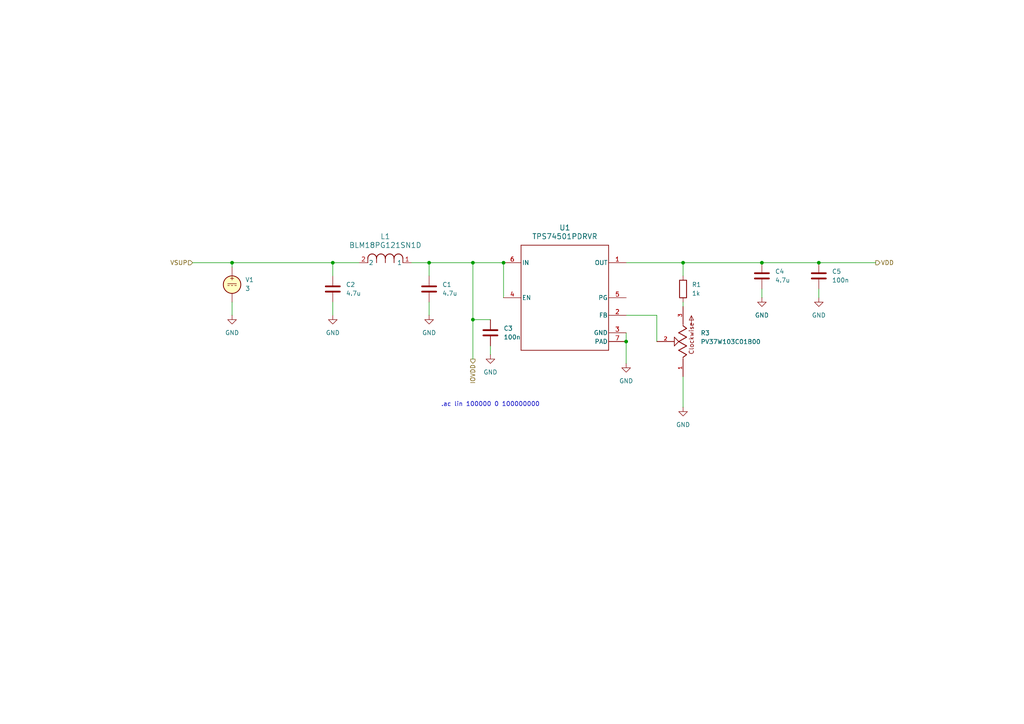
<source format=kicad_sch>
(kicad_sch (version 20231120) (generator "eeschema") (generator_version "8.0")
  (paper "A4")
  (lib_symbols
    (symbol "2024-09-16_06-39-17:BLM18PG121SN1D" (pin_names (offset 0.254))
      (property "Reference" "L" (at 6.985 5.08 0))
      (property "Value" "BLM18PG121SN1D" (at 6.985 -2.54 0))
      (symbol "BLM18PG121SN1D_1_1"
        (polyline (pts (xy 2.54 0) (xy 2.54 1.27)) (stroke (width 0.2032)))
        (polyline (pts (xy 5.08 0) (xy 5.08 1.27)) (stroke (width 0.2032)))
        (polyline (pts (xy 7.62 0) (xy 7.62 1.27)) (stroke (width 0.2032)))
        (polyline (pts (xy 10.16 0) (xy 10.16 1.27)) (stroke (width 0.2032)))
        (polyline (pts (xy 12.7 0) (xy 12.7 1.27)) (stroke (width 0.2032)))
        (arc (start 5.08 1.27) (mid 3.81 2.5344) (end 2.54 1.27) (stroke (width 0.254)))
        (arc (start 7.62 1.27) (mid 6.35 2.5344) (end 5.08 1.27) (stroke (width 0.254)))
        (arc (start 10.16 1.27) (mid 8.89 2.5344) (end 7.62 1.27) (stroke (width 0.254)))
        (arc (start 12.7 1.27) (mid 11.43 2.5344) (end 10.16 1.27) (stroke (width 0.254)))
        (pin unspecified line (at 15.24 0 180) (length 2.54) (name "1") (number "1"))
        (pin unspecified line (at 0 0 0) (length 2.54) (name "2") (number "2"))
      )
      (symbol "BLM18PG121SN1D_1_2"
        (arc (start -1.27 5.08) (mid -2.5344 3.81) (end -1.27 2.54) (stroke (width 0.254)))
        (arc (start -1.27 7.62) (mid -2.5344 6.35) (end -1.27 5.08) (stroke (width 0.254)))
        (arc (start -1.27 10.16) (mid -2.5344 8.89) (end -1.27 7.62) (stroke (width 0.254)))
        (arc (start -1.27 12.7) (mid -2.5344 11.43) (end -1.27 10.16) (stroke (width 0.254)))
        (polyline (pts (xy 0 2.54) (xy -1.27 2.54)) (stroke (width 0.2032)))
        (polyline (pts (xy 0 5.08) (xy -1.27 5.08)) (stroke (width 0.2032)))
        (polyline (pts (xy 0 7.62) (xy -1.27 7.62)) (stroke (width 0.2032)))
        (polyline (pts (xy 0 10.16) (xy -1.27 10.16)) (stroke (width 0.2032)))
        (polyline (pts (xy 0 12.7) (xy -1.27 12.7)) (stroke (width 0.2032)))
        (pin unspecified line (at 0 15.24 270) (length 2.54) (name "1") (number "1"))
        (pin unspecified line (at 0 0 90) (length 2.54) (name "2") (number "2"))
      )
    )
    (symbol "Device:C" (pin_numbers hide) (pin_names (offset 0.254))
      (property "Reference" "C" (at 0.635 2.54 0))
      (property "Value" "C" (at 0.635 -2.54 0))
      (symbol "C_0_1"
        (polyline (pts (xy -2.032 -0.762) (xy 2.032 -0.762)) (stroke (width 0.508)))
        (polyline (pts (xy -2.032 0.762) (xy 2.032 0.762)) (stroke (width 0.508)))
      )
      (symbol "C_1_1"
        (pin passive line (at 0 3.81 270) (length 2.794) (name "~") (number "1"))
        (pin passive line (at 0 -3.81 90) (length 2.794) (name "~") (number "2"))
      )
    )
    (symbol "Device:R" (pin_numbers hide) (pin_names (offset 0))
      (property "Reference" "R" (at 2.032 0 90))
      (property "Value" "R" (at 0 0 90))
      (symbol "R_0_1"
        (rectangle (start -1.016 -2.54) (end 1.016 2.54) (stroke (width 0.254)))
      )
      (symbol "R_1_1"
        (pin passive line (at 0 3.81 270) (length 1.27) (name "~") (number "1"))
        (pin passive line (at 0 -3.81 90) (length 1.27) (name "~") (number "2"))
      )
    )
    (symbol "Simulation_SPICE:VDC" (pin_numbers hide) (pin_names (offset 0.0254))
      (property "Reference" "V" (at 2.54 2.54 0))
      (property "Value" "1" (at 2.54 0 0))
      (symbol "VDC_0_0"
        (polyline (pts (xy -1.27 0.254) (xy 1.27 0.254)))
        (polyline (pts (xy -0.762 -0.254) (xy -1.27 -0.254)))
        (polyline (pts (xy 0.254 -0.254) (xy -0.254 -0.254)))
        (polyline (pts (xy 1.27 -0.254) (xy 0.762 -0.254)))
        (text "+" (at 0 1.905 0) (effects (font (size 1.27 1.27))))
      )
      (symbol "VDC_0_1"
        (circle (center 0 0) (radius 2.54) (stroke (width 0.254)) (fill (type background)))
      )
      (symbol "VDC_1_1"
        (pin passive line (at 0 5.08 270) (length 2.54) (name "~") (number "1"))
        (pin passive line (at 0 -5.08 90) (length 2.54) (name "~") (number "2"))
      )
    )
    (symbol "TPS745_LDO:TPS74501PDRVR" (pin_names (offset 0.254))
      (property "Reference" "U" (at 0 2.54 0))
      (property "Value" "TPS74501PDRVR" (at 0 0 0))
      (symbol "TPS74501PDRVR_0_1"
        (polyline (pts (xy -12.7 -15.24) (xy 12.7 -15.24)) (stroke (width 0.2032)))
        (polyline (pts (xy -12.7 15.24) (xy -12.7 -15.24)) (stroke (width 0.2032)))
        (polyline (pts (xy 12.7 -15.24) (xy 12.7 15.24)) (stroke (width 0.2032)))
        (polyline (pts (xy 12.7 15.24) (xy -12.7 15.24)) (stroke (width 0.2032)))
        (pin power_in line (at 17.78 10.16 180) (length 5.08) (name "OUT") (number "1"))
        (pin input line (at 17.78 -5.08 180) (length 5.08) (name "FB") (number "2"))
        (pin power_in line (at 17.78 -10.16 180) (length 5.08) (name "GND") (number "3"))
        (pin input line (at -17.78 0 0) (length 5.08) (name "EN") (number "4"))
        (pin open_collector line (at 17.78 0 180) (length 5.08) (name "PG") (number "5"))
        (pin power_in line (at -17.78 10.16 0) (length 5.08) (name "IN") (number "6"))
        (pin power_in line (at 17.78 -12.7 180) (length 5.08) (name "PAD") (number "7"))
      )
    )
    (symbol "pot_10turn:PV37W103C01B00" (pin_names (offset 1.016))
      (property "Reference" "R" (at -10.6887 7.6348 0))
      (property "Value" "PV37W103C01B00" (at -10.6887 -5.5953 0))
      (symbol "PV37W103C01B00_0_0"
        (polyline (pts (xy -4.572 0) (xy -5.08 0)) (stroke (width 0.1524)))
        (polyline (pts (xy -3.81 -1.016) (xy -4.572 0)) (stroke (width 0.254)))
        (polyline (pts (xy -2.54 1.27) (xy -3.81 -1.016)) (stroke (width 0.254)))
        (polyline (pts (xy -1.27 -1.016) (xy -2.54 1.27)) (stroke (width 0.254)))
        (polyline (pts (xy -1.27 2.54) (xy 1.27 2.54)) (stroke (width 0.2032)))
        (polyline (pts (xy 0 1.27) (xy -1.27 -1.016)) (stroke (width 0.254)))
        (polyline (pts (xy 0 1.27) (xy -1.27 2.54)) (stroke (width 0.2032)))
        (polyline (pts (xy 1.27 -1.016) (xy 0 1.27)) (stroke (width 0.254)))
        (polyline (pts (xy 1.27 2.54) (xy 0 1.27)) (stroke (width 0.2032)))
        (polyline (pts (xy 2.54 1.27) (xy 1.27 -1.016)) (stroke (width 0.254)))
        (polyline (pts (xy 3.81 -1.016) (xy 2.54 1.27)) (stroke (width 0.254)))
        (polyline (pts (xy 4.572 0) (xy 3.81 -1.016)) (stroke (width 0.254)))
        (polyline (pts (xy 4.953 -2.413) (xy 7.493 -2.413)) (stroke (width 0.1524)))
        (polyline (pts (xy 5.08 0) (xy 4.572 0)) (stroke (width 0.1524)))
        (polyline (pts (xy 6.223 -3.048) (xy 6.223 -1.778)) (stroke (width 0.1524)))
        (polyline (pts (xy 6.223 -1.778) (xy 7.493 -2.413)) (stroke (width 0.1524)))
        (polyline (pts (xy 7.493 -2.413) (xy 6.223 -3.048)) (stroke (width 0.1524)))
        (text "Clockwise" (at -3.81 -3.175 0) (effects (font (size 1.27 1.27)) (justify left bottom)))
        (pin passive line (at -10.16 0 0) (length 5.08) (name "~") (number "1"))
        (pin passive line (at 0 7.62 270) (length 5.08) (name "~") (number "2"))
        (pin passive line (at 10.16 0 180) (length 5.08) (name "~") (number "3"))
      )
    )
    (symbol "power:GND" (power) (pin_numbers hide) (pin_names (offset 0) hide)
      (property "Value" "GND" (at 0 -3.81 0))
      (symbol "GND_0_1"
        (polyline (pts (xy 0 0) (xy 0 -1.27) (xy 1.27 -1.27) (xy 0 -2.54) (xy -1.27 -1.27) (xy 0 -1.27)))
      )
      (symbol "GND_1_1"
        (pin power_in line (at 0 0 270) (length 0) (name "~") (number "1"))
      )
    )
  )
  (junction (at 181.61 99.06))
  (junction (at 124.46 76.2))
  (junction (at 220.98 76.2))
  (junction (at 237.49 76.2))
  (junction (at 146.05 76.2))
  (junction (at 137.16 92.71))
  (junction (at 198.12 76.2))
  (junction (at 96.52 76.2))
  (junction (at 137.16 76.2))
  (junction (at 67.31 76.2))
  (wire (pts (xy 137.16 92.71) (xy 142.24 92.71)))
  (wire (pts (xy 142.24 100.33) (xy 142.24 102.87)))
  (wire (pts (xy 67.31 76.2) (xy 96.52 76.2)))
  (wire (pts (xy 198.12 76.2) (xy 198.12 80.01)))
  (wire (pts (xy 67.31 87.63) (xy 67.31 91.44)))
  (wire (pts (xy 119.38 76.2) (xy 124.46 76.2)))
  (wire (pts (xy 67.31 77.47) (xy 67.31 76.2)))
  (wire (pts (xy 146.05 76.2) (xy 146.05 86.36)))
  (wire (pts (xy 198.12 76.2) (xy 220.98 76.2)))
  (wire (pts (xy 190.5 91.44) (xy 181.61 91.44)))
  (wire (pts (xy 137.16 76.2) (xy 146.05 76.2)))
  (wire (pts (xy 124.46 76.2) (xy 137.16 76.2)))
  (wire (pts (xy 96.52 76.2) (xy 104.14 76.2)))
  (wire (pts (xy 237.49 83.82) (xy 237.49 86.36)))
  (wire (pts (xy 124.46 76.2) (xy 124.46 80.01)))
  (wire (pts (xy 55.88 76.2) (xy 67.31 76.2)))
  (wire (pts (xy 190.5 99.06) (xy 190.5 91.44)))
  (wire (pts (xy 181.61 96.52) (xy 181.61 99.06)))
  (wire (pts (xy 220.98 83.82) (xy 220.98 86.36)))
  (wire (pts (xy 181.61 76.2) (xy 198.12 76.2)))
  (wire (pts (xy 124.46 87.63) (xy 124.46 91.44)))
  (wire (pts (xy 137.16 76.2) (xy 137.16 92.71)))
  (wire (pts (xy 198.12 109.22) (xy 198.12 118.11)))
  (wire (pts (xy 96.52 87.63) (xy 96.52 91.44)))
  (wire (pts (xy 237.49 76.2) (xy 254 76.2)))
  (wire (pts (xy 198.12 87.63) (xy 198.12 88.9)))
  (wire (pts (xy 96.52 76.2) (xy 96.52 80.01)))
  (wire (pts (xy 220.98 76.2) (xy 237.49 76.2)))
  (wire (pts (xy 137.16 92.71) (xy 137.16 104.14)))
  (wire (pts (xy 181.61 99.06) (xy 181.61 105.41)))
  (text ".ac lin 100000 0 100000000" (at 142.24 117.348 0) (effects (font (size 1.27 1.27))))
  (hierarchical_label "VSUP" (shape input) (at 55.88 76.2 180))
  (hierarchical_label "VDD" (shape output) (at 254 76.2 0))
  (hierarchical_label "IOVDD" (shape output) (at 137.16 104.14 270))
  (symbol (lib_id "pot_10turn:PV37W103C01B00") (at 198.12 99.06 90) (unit 1)
    (property "Reference" "R3" (at 203.2 96.5834 90) (effects (justify right)))
    (property "Value" "PV37W103C01B00" (at 203.2 99.1234 90) (effects (justify right)))
    (property "Footprint" "PV37W103C01B00:TRIM_PV37W103C01B00" (effects (hide yes)))
    (property "PARTREV" "08/19" (effects (hide yes)))
    (property "STANDARD" "Manufacturer recommendations" (effects (hide yes)))
    (property "MAXIMUM_PACKAGE_HEIGHT" "7.75 mm" (effects (hide yes)))
    (property "MANUFACTURER" "Bourns" (effects (hide yes)))
    (property "Sim.Device" "R" (effects (hide yes)))
    (property "Sim.Type" "POT" (effects (hide yes)))
    (property "Sim.Pins" "1=r0 2=wiper 3=r1" (effects (hide yes)))
    (property "Sim.Params" "r=10k pos=0.5" (effects (hide yes)))
  )
  (symbol (lib_id "Device:C") (at 124.46 83.82 0) (unit 1)
    (property "Reference" "C1" (at 128.27 82.5499 0) (effects (justify left)))
    (property "Value" "4.7u" (at 128.27 85.0899 0) (effects (justify left)))
    (property "Footprint" "Capacitor_SMD:C_0603_1608Metric" (effects (hide yes)))
    (property "Description" "Unpolarized capacitor" (effects (hide yes)))
  )
  (symbol (lib_id "Device:C") (at 96.52 83.82 0) (unit 1)
    (property "Reference" "C2" (at 100.33 82.5499 0) (effects (justify left)))
    (property "Value" "4.7u" (at 100.33 85.0899 0) (effects (justify left)))
    (property "Footprint" "Capacitor_SMD:C_0603_1608Metric" (effects (hide yes)))
    (property "Description" "Unpolarized capacitor" (effects (hide yes)))
  )
  (symbol (lib_id "Device:C") (at 142.24 96.52 0) (unit 1)
    (property "Reference" "C3" (at 146.05 95.2499 0) (effects (justify left)))
    (property "Value" "100n" (at 146.05 97.7899 0) (effects (justify left)))
    (property "Footprint" "Capacitor_SMD:C_0402_1005Metric" (effects (hide yes)))
    (property "Description" "Unpolarized capacitor" (effects (hide yes)))
  )
  (symbol (lib_id "power:GND") (at 124.46 91.44 0) (unit 1)
    (property "Reference" "#PWR03" (effects (hide yes)))
    (property "Value" "GND" (at 124.46 96.52 0))
    (property "Description" "Power symbol creates a global label with name \"GND\" , ground" (effects (hide yes)))
  )
  (symbol (lib_id "2024-09-16_06-39-17:BLM18PG121SN1D") (at 104.14 76.2 0) (unit 1)
    (property "Reference" "L1" (at 111.76 68.58 0) (effects (font (size 1.524 1.524))))
    (property "Value" "BLM18PG121SN1D" (at 111.76 71.12 0) (effects (font (size 1.524 1.524))))
    (property "Footprint" "IND_BLM18_0603_MUR" (effects (hide yes)))
    (property "Datasheet" "BLM18PG121SN1D" (effects (hide yes)))
    (property "Sim.Library" "/home/maxwell/github-repos/sp-24-EE628/6_Test/2_PCB/test_board_1/TestBoardEDA/models/BLM18PG121SN1.mod" (effects (hide yes)))
    (property "Sim.Name" "BLM18PG121SN1" (effects (hide yes)))
    (property "Sim.Device" "SUBCKT" (effects (hide yes)))
    (property "Sim.Pins" "1=port1 2=port2" (effects (hide yes)))
  )
  (symbol (lib_id "power:GND") (at 67.31 91.44 0) (unit 1)
    (property "Reference" "#PWR01" (effects (hide yes)))
    (property "Value" "GND" (at 67.31 96.52 0))
    (property "Description" "Power symbol creates a global label with name \"GND\" , ground" (effects (hide yes)))
  )
  (symbol (lib_id "Device:R") (at 198.12 83.82 0) (unit 1)
    (property "Reference" "R1" (at 200.66 82.5499 0) (effects (justify left)))
    (property "Value" "1k" (at 200.66 85.0899 0) (effects (justify left)))
    (property "Footprint" "Resistor_SMD:R_0402_1005Metric" (effects (hide yes)))
    (property "Description" "Resistor" (effects (hide yes)))
  )
  (symbol (lib_id "power:GND") (at 142.24 102.87 0) (unit 1)
    (property "Reference" "#PWR04" (effects (hide yes)))
    (property "Value" "GND" (at 142.24 107.95 0))
    (property "Description" "Power symbol creates a global label with name \"GND\" , ground" (effects (hide yes)))
  )
  (symbol (lib_id "Device:C") (at 237.49 80.01 0) (unit 1)
    (property "Reference" "C5" (at 241.3 78.7399 0) (effects (justify left)))
    (property "Value" "100n" (at 241.3 81.2799 0) (effects (justify left)))
    (property "Footprint" "Capacitor_SMD:C_0402_1005Metric" (effects (hide yes)))
    (property "Description" "Unpolarized capacitor" (effects (hide yes)))
  )
  (symbol (lib_id "power:GND") (at 96.52 91.44 0) (unit 1)
    (property "Reference" "#PWR02" (effects (hide yes)))
    (property "Value" "GND" (at 96.52 96.52 0))
    (property "Description" "Power symbol creates a global label with name \"GND\" , ground" (effects (hide yes)))
  )
  (symbol (lib_id "Simulation_SPICE:VDC") (at 67.31 82.55 0) (unit 1)
    (property "Reference" "V1" (at 71.12 81.1501 0) (effects (justify left)))
    (property "Value" "3" (at 71.12 83.6901 0) (effects (justify left)))
    (property "Datasheet" "https://ngspice.sourceforge.io/docs/ngspice-html-manual/manual.xhtml#sec_Independent_Sources_for" (effects (hide yes)))
    (property "Description" "Voltage source, DC" (effects (hide yes)))
    (property "Sim.Pins" "1=+ 2=-" (effects (hide yes)))
    (property "Sim.Type" "DC" (effects (hide yes)))
    (property "Sim.Device" "V" (effects (hide yes)))
  )
  (symbol (lib_id "power:GND") (at 181.61 105.41 0) (unit 1)
    (property "Reference" "#PWR05" (effects (hide yes)))
    (property "Value" "GND" (at 181.61 110.49 0))
    (property "Description" "Power symbol creates a global label with name \"GND\" , ground" (effects (hide yes)))
  )
  (symbol (lib_id "TPS745_LDO:TPS74501PDRVR") (at 163.83 86.36 0) (unit 1)
    (property "Reference" "U1" (at 163.83 66.04 0) (effects (font (size 1.524 1.524))))
    (property "Value" "TPS74501PDRVR" (at 163.83 68.58 0) (effects (font (size 1.524 1.524))))
    (property "Footprint" "DRV0006A" (effects (hide yes)))
    (property "Datasheet" "TPS74501PDRVR" (effects (hide yes)))
    (property "Sim.Library" "/home/maxwell/github-repos/sp-24-EE628/6_Test/2_PCB/test_board_1/TestBoardEDA/models/TPS74501P_TRANS.lib" (effects (hide yes)))
    (property "Sim.Name" "TPS74501P_TRANS" (effects (hide yes)))
    (property "Sim.Device" "SUBCKT" (effects (hide yes)))
    (property "Sim.Pins" "1=VOUT 2=FB 3=GND 4=EN 5=PG 6=VIN" (effects (hide yes)))
  )
  (symbol (lib_id "power:GND") (at 198.12 118.11 0) (unit 1)
    (property "Reference" "#PWR06" (effects (hide yes)))
    (property "Value" "GND" (at 198.12 123.19 0))
    (property "Description" "Power symbol creates a global label with name \"GND\" , ground" (effects (hide yes)))
  )
  (symbol (lib_id "Device:C") (at 220.98 80.01 0) (unit 1)
    (property "Reference" "C4" (at 224.79 78.7399 0) (effects (justify left)))
    (property "Value" "4.7u" (at 224.79 81.2799 0) (effects (justify left)))
    (property "Footprint" "Capacitor_SMD:C_0603_1608Metric" (effects (hide yes)))
    (property "Description" "Unpolarized capacitor" (effects (hide yes)))
  )
  (symbol (lib_id "power:GND") (at 220.98 86.36 0) (unit 1)
    (property "Reference" "#PWR07" (effects (hide yes)))
    (property "Value" "GND" (at 220.98 91.44 0))
    (property "Description" "Power symbol creates a global label with name \"GND\" , ground" (effects (hide yes)))
  )
  (symbol (lib_id "power:GND") (at 237.49 86.36 0) (unit 1)
    (property "Reference" "#PWR08" (effects (hide yes)))
    (property "Value" "GND" (at 237.49 91.44 0))
    (property "Description" "Power symbol creates a global label with name \"GND\" , ground" (effects (hide yes)))
  )
)
</source>
